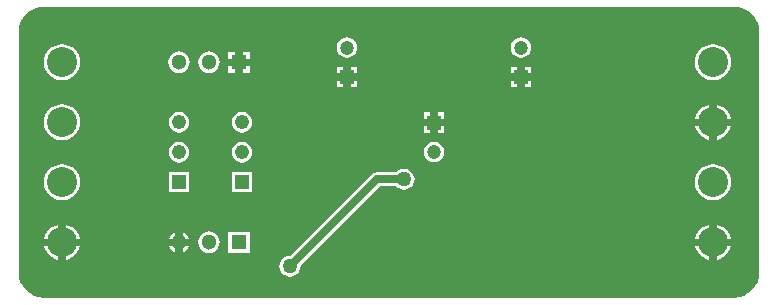
<source format=gbr>
%TF.GenerationSoftware,Altium Limited,Altium Designer,22.9.1 (49)*%
G04 Layer_Physical_Order=2*
G04 Layer_Color=16711680*
%FSLAX26Y26*%
%MOIN*%
%TF.SameCoordinates,1DAB686F-CFF3-4EBC-B241-DE3F9B15245D*%
%TF.FilePolarity,Positive*%
%TF.FileFunction,Copper,L2,Bot,Signal*%
%TF.Part,Single*%
G01*
G75*
%TA.AperFunction,Conductor*%
%ADD19C,0.025000*%
%TA.AperFunction,ComponentPad*%
%ADD21C,0.100000*%
%ADD22R,0.051181X0.051181*%
%ADD23C,0.051181*%
%ADD24R,0.047244X0.047244*%
%ADD25C,0.047244*%
%ADD26C,0.047953*%
%ADD27R,0.047953X0.047953*%
%TA.AperFunction,ViaPad*%
%ADD28C,0.050000*%
G36*
X4916565Y2983277D02*
X4932493Y2978446D01*
X4947173Y2970599D01*
X4960040Y2960040D01*
X4970599Y2947173D01*
X4978446Y2932493D01*
X4983277Y2916565D01*
X4984842Y2900682D01*
X4984706Y2900000D01*
Y2100000D01*
X4984842Y2099318D01*
X4983277Y2083435D01*
X4978446Y2067507D01*
X4970599Y2052827D01*
X4960040Y2039960D01*
X4947173Y2029401D01*
X4932493Y2021554D01*
X4916565Y2016723D01*
X4900682Y2015158D01*
X4900000Y2015294D01*
X2600000D01*
X2599318Y2015158D01*
X2583435Y2016723D01*
X2567507Y2021554D01*
X2552827Y2029401D01*
X2539960Y2039960D01*
X2529401Y2052827D01*
X2521554Y2067507D01*
X2516723Y2083435D01*
X2515158Y2099318D01*
X2515294Y2100000D01*
Y2900000D01*
X2515158Y2900682D01*
X2516723Y2916565D01*
X2521554Y2932493D01*
X2529401Y2947173D01*
X2539960Y2960040D01*
X2552827Y2970599D01*
X2567507Y2978446D01*
X2583435Y2983277D01*
X2599318Y2984842D01*
X2600000Y2984706D01*
X4900000D01*
X4900682Y2984842D01*
X4916565Y2983277D01*
D02*
G37*
%LPC*%
G36*
X4190000Y2883125D02*
X4181223Y2881969D01*
X4173044Y2878581D01*
X4166020Y2873192D01*
X4160631Y2866169D01*
X4157243Y2857990D01*
X4156088Y2849213D01*
X4157243Y2840436D01*
X4160631Y2832257D01*
X4166020Y2825233D01*
X4173044Y2819844D01*
X4181223Y2816456D01*
X4190000Y2815300D01*
X4198777Y2816456D01*
X4206956Y2819844D01*
X4213980Y2825233D01*
X4219369Y2832257D01*
X4222757Y2840436D01*
X4223912Y2849213D01*
X4222757Y2857990D01*
X4219369Y2866169D01*
X4213980Y2873192D01*
X4206956Y2878581D01*
X4198777Y2881969D01*
X4190000Y2883125D01*
D02*
G37*
G36*
X3610000D02*
X3601223Y2881969D01*
X3593044Y2878581D01*
X3586021Y2873192D01*
X3580631Y2866169D01*
X3577243Y2857990D01*
X3576088Y2849213D01*
X3577243Y2840436D01*
X3580631Y2832257D01*
X3586021Y2825233D01*
X3593044Y2819844D01*
X3601223Y2816456D01*
X3610000Y2815300D01*
X3618777Y2816456D01*
X3626956Y2819844D01*
X3633979Y2825233D01*
X3639369Y2832257D01*
X3642757Y2840436D01*
X3643912Y2849213D01*
X3642757Y2857990D01*
X3639369Y2866169D01*
X3633979Y2873192D01*
X3626956Y2878581D01*
X3618777Y2881969D01*
X3610000Y2883125D01*
D02*
G37*
G36*
X3285590Y2835590D02*
X3262500D01*
Y2812500D01*
X3285590D01*
Y2835590D01*
D02*
G37*
G36*
X3237500D02*
X3214410D01*
Y2812500D01*
X3237500D01*
Y2835590D01*
D02*
G37*
G36*
X3285590Y2787500D02*
X3262500D01*
Y2764410D01*
X3285590D01*
Y2787500D01*
D02*
G37*
G36*
X3237500D02*
X3214410D01*
Y2764410D01*
X3237500D01*
Y2787500D01*
D02*
G37*
G36*
X3150000Y2835898D02*
X3140709Y2834674D01*
X3132051Y2831088D01*
X3124617Y2825383D01*
X3118912Y2817949D01*
X3115326Y2809291D01*
X3114102Y2800000D01*
X3115326Y2790709D01*
X3118912Y2782051D01*
X3124617Y2774617D01*
X3132051Y2768912D01*
X3140709Y2765326D01*
X3150000Y2764102D01*
X3159291Y2765326D01*
X3167949Y2768912D01*
X3175383Y2774617D01*
X3181088Y2782051D01*
X3184674Y2790709D01*
X3185898Y2800000D01*
X3184674Y2809291D01*
X3181088Y2817949D01*
X3175383Y2825383D01*
X3167949Y2831088D01*
X3159291Y2834674D01*
X3150000Y2835898D01*
D02*
G37*
G36*
X3050000D02*
X3040709Y2834674D01*
X3032051Y2831088D01*
X3024617Y2825383D01*
X3018912Y2817949D01*
X3015326Y2809291D01*
X3014102Y2800000D01*
X3015326Y2790709D01*
X3018912Y2782051D01*
X3024617Y2774617D01*
X3032051Y2768912D01*
X3040709Y2765326D01*
X3050000Y2764102D01*
X3059291Y2765326D01*
X3067949Y2768912D01*
X3075383Y2774617D01*
X3081088Y2782051D01*
X3084674Y2790709D01*
X3085898Y2800000D01*
X3084674Y2809291D01*
X3081088Y2817949D01*
X3075383Y2825383D01*
X3067949Y2831088D01*
X3059291Y2834674D01*
X3050000Y2835898D01*
D02*
G37*
G36*
X4223622Y2784409D02*
X4202500D01*
Y2763287D01*
X4223622D01*
Y2784409D01*
D02*
G37*
G36*
X3643622D02*
X3622500D01*
Y2763287D01*
X3643622D01*
Y2784409D01*
D02*
G37*
G36*
X3597500D02*
X3576378D01*
Y2763287D01*
X3597500D01*
Y2784409D01*
D02*
G37*
G36*
X4177500D02*
X4156378D01*
Y2763287D01*
X4177500D01*
Y2784409D01*
D02*
G37*
G36*
X4830000Y2860290D02*
X4818238Y2859132D01*
X4806928Y2855701D01*
X4796505Y2850130D01*
X4787368Y2842632D01*
X4779870Y2833495D01*
X4774299Y2823072D01*
X4770868Y2811762D01*
X4769710Y2800000D01*
X4770868Y2788238D01*
X4774299Y2776928D01*
X4779870Y2766505D01*
X4787368Y2757368D01*
X4796505Y2749870D01*
X4806928Y2744299D01*
X4818238Y2740868D01*
X4830000Y2739710D01*
X4841762Y2740868D01*
X4853072Y2744299D01*
X4863495Y2749870D01*
X4872632Y2757368D01*
X4880130Y2766505D01*
X4885701Y2776928D01*
X4889132Y2788238D01*
X4890290Y2800000D01*
X4889132Y2811762D01*
X4885701Y2823072D01*
X4880130Y2833495D01*
X4872632Y2842632D01*
X4863495Y2850130D01*
X4853072Y2855701D01*
X4841762Y2859132D01*
X4830000Y2860290D01*
D02*
G37*
G36*
X2660000D02*
X2648238Y2859132D01*
X2636928Y2855701D01*
X2626505Y2850130D01*
X2617368Y2842632D01*
X2609870Y2833495D01*
X2604299Y2823072D01*
X2600868Y2811762D01*
X2599710Y2800000D01*
X2600868Y2788238D01*
X2604299Y2776928D01*
X2609870Y2766505D01*
X2617368Y2757368D01*
X2626505Y2749870D01*
X2636928Y2744299D01*
X2648238Y2740868D01*
X2660000Y2739710D01*
X2671762Y2740868D01*
X2683072Y2744299D01*
X2693495Y2749870D01*
X2702632Y2757368D01*
X2710130Y2766505D01*
X2715701Y2776928D01*
X2719132Y2788238D01*
X2720290Y2800000D01*
X2719132Y2811762D01*
X2715701Y2823072D01*
X2710130Y2833495D01*
X2702632Y2842632D01*
X2693495Y2850130D01*
X2683072Y2855701D01*
X2671762Y2859132D01*
X2660000Y2860290D01*
D02*
G37*
G36*
X4223622Y2738287D02*
X4202500D01*
Y2717165D01*
X4223622D01*
Y2738287D01*
D02*
G37*
G36*
X4177500D02*
X4156378D01*
Y2717165D01*
X4177500D01*
Y2738287D01*
D02*
G37*
G36*
X3643622D02*
X3622500D01*
Y2717165D01*
X3643622D01*
Y2738287D01*
D02*
G37*
G36*
X3597500D02*
X3576378D01*
Y2717165D01*
X3597500D01*
Y2738287D01*
D02*
G37*
G36*
X4842500Y2658908D02*
Y2612500D01*
X4888908D01*
X4885701Y2623072D01*
X4880130Y2633495D01*
X4872632Y2642632D01*
X4863495Y2650130D01*
X4853072Y2655701D01*
X4842500Y2658908D01*
D02*
G37*
G36*
X4817500D02*
X4806928Y2655701D01*
X4796505Y2650130D01*
X4787368Y2642632D01*
X4779870Y2633495D01*
X4774299Y2623072D01*
X4771092Y2612500D01*
X4817500D01*
Y2658908D01*
D02*
G37*
G36*
X3933622Y2632835D02*
X3912500D01*
Y2611713D01*
X3933622D01*
Y2632835D01*
D02*
G37*
G36*
X3887500D02*
X3866378D01*
Y2611713D01*
X3887500D01*
Y2632835D01*
D02*
G37*
G36*
X3260000Y2634270D02*
X3251130Y2633102D01*
X3242865Y2629678D01*
X3235768Y2624232D01*
X3230322Y2617135D01*
X3226898Y2608870D01*
X3225730Y2600000D01*
X3226898Y2591130D01*
X3230322Y2582865D01*
X3235768Y2575768D01*
X3242865Y2570322D01*
X3251130Y2566898D01*
X3260000Y2565730D01*
X3268870Y2566898D01*
X3277135Y2570322D01*
X3284232Y2575768D01*
X3289678Y2582865D01*
X3293102Y2591130D01*
X3294270Y2600000D01*
X3293102Y2608870D01*
X3289678Y2617135D01*
X3284232Y2624232D01*
X3277135Y2629678D01*
X3268870Y2633102D01*
X3260000Y2634270D01*
D02*
G37*
G36*
X3050000D02*
X3041130Y2633102D01*
X3032865Y2629678D01*
X3025768Y2624232D01*
X3020322Y2617135D01*
X3016898Y2608870D01*
X3015730Y2600000D01*
X3016898Y2591130D01*
X3020322Y2582865D01*
X3025768Y2575768D01*
X3032865Y2570322D01*
X3041130Y2566898D01*
X3050000Y2565730D01*
X3058870Y2566898D01*
X3067135Y2570322D01*
X3074232Y2575768D01*
X3079678Y2582865D01*
X3083102Y2591130D01*
X3084270Y2600000D01*
X3083102Y2608870D01*
X3079678Y2617135D01*
X3074232Y2624232D01*
X3067135Y2629678D01*
X3058870Y2633102D01*
X3050000Y2634270D01*
D02*
G37*
G36*
X3933622Y2586713D02*
X3912500D01*
Y2565591D01*
X3933622D01*
Y2586713D01*
D02*
G37*
G36*
X3887500D02*
X3866378D01*
Y2565591D01*
X3887500D01*
Y2586713D01*
D02*
G37*
G36*
X4888908Y2587500D02*
X4842500D01*
Y2541092D01*
X4853072Y2544299D01*
X4863495Y2549870D01*
X4872632Y2557368D01*
X4880130Y2566505D01*
X4885701Y2576928D01*
X4888908Y2587500D01*
D02*
G37*
G36*
X4817500D02*
X4771092D01*
X4774299Y2576928D01*
X4779870Y2566505D01*
X4787368Y2557368D01*
X4796505Y2549870D01*
X4806928Y2544299D01*
X4817500Y2541092D01*
Y2587500D01*
D02*
G37*
G36*
X2660000Y2660290D02*
X2648238Y2659132D01*
X2636928Y2655701D01*
X2626505Y2650130D01*
X2617368Y2642632D01*
X2609870Y2633495D01*
X2604299Y2623072D01*
X2600868Y2611762D01*
X2599710Y2600000D01*
X2600868Y2588238D01*
X2604299Y2576928D01*
X2609870Y2566505D01*
X2617368Y2557368D01*
X2626505Y2549870D01*
X2636928Y2544299D01*
X2648238Y2540868D01*
X2660000Y2539710D01*
X2671762Y2540868D01*
X2683072Y2544299D01*
X2693495Y2549870D01*
X2702632Y2557368D01*
X2710130Y2566505D01*
X2715701Y2576928D01*
X2719132Y2588238D01*
X2720290Y2600000D01*
X2719132Y2611762D01*
X2715701Y2623072D01*
X2710130Y2633495D01*
X2702632Y2642632D01*
X2693495Y2650130D01*
X2683072Y2655701D01*
X2671762Y2659132D01*
X2660000Y2660290D01*
D02*
G37*
G36*
X3900000Y2534700D02*
X3891223Y2533544D01*
X3883044Y2530156D01*
X3876021Y2524767D01*
X3870631Y2517743D01*
X3867243Y2509564D01*
X3866088Y2500787D01*
X3867243Y2492010D01*
X3870631Y2483831D01*
X3876021Y2476808D01*
X3883044Y2471419D01*
X3891223Y2468031D01*
X3900000Y2466875D01*
X3908777Y2468031D01*
X3916956Y2471419D01*
X3923979Y2476808D01*
X3929369Y2483831D01*
X3932757Y2492010D01*
X3933912Y2500787D01*
X3932757Y2509564D01*
X3929369Y2517743D01*
X3923979Y2524767D01*
X3916956Y2530156D01*
X3908777Y2533544D01*
X3900000Y2534700D01*
D02*
G37*
G36*
X3260000Y2534270D02*
X3251130Y2533102D01*
X3242865Y2529678D01*
X3235768Y2524232D01*
X3230322Y2517135D01*
X3226898Y2508870D01*
X3225730Y2500000D01*
X3226898Y2491130D01*
X3230322Y2482865D01*
X3235768Y2475768D01*
X3242865Y2470322D01*
X3251130Y2466898D01*
X3260000Y2465730D01*
X3268870Y2466898D01*
X3277135Y2470322D01*
X3284232Y2475768D01*
X3289678Y2482865D01*
X3293102Y2491130D01*
X3294270Y2500000D01*
X3293102Y2508870D01*
X3289678Y2517135D01*
X3284232Y2524232D01*
X3277135Y2529678D01*
X3268870Y2533102D01*
X3260000Y2534270D01*
D02*
G37*
G36*
X3050000D02*
X3041130Y2533102D01*
X3032865Y2529678D01*
X3025768Y2524232D01*
X3020322Y2517135D01*
X3016898Y2508870D01*
X3015730Y2500000D01*
X3016898Y2491130D01*
X3020322Y2482865D01*
X3025768Y2475768D01*
X3032865Y2470322D01*
X3041130Y2466898D01*
X3050000Y2465730D01*
X3058870Y2466898D01*
X3067135Y2470322D01*
X3074232Y2475768D01*
X3079678Y2482865D01*
X3083102Y2491130D01*
X3084270Y2500000D01*
X3083102Y2508870D01*
X3079678Y2517135D01*
X3074232Y2524232D01*
X3067135Y2529678D01*
X3058870Y2533102D01*
X3050000Y2534270D01*
D02*
G37*
G36*
X3800000Y2445302D02*
X3790863Y2444099D01*
X3782349Y2440572D01*
X3775038Y2434962D01*
X3773487Y2432941D01*
X3710000D01*
X3701221Y2431195D01*
X3693778Y2426222D01*
X3422526Y2154969D01*
X3420000Y2155302D01*
X3410863Y2154099D01*
X3402349Y2150572D01*
X3395038Y2144962D01*
X3389428Y2137651D01*
X3385901Y2129137D01*
X3384698Y2120000D01*
X3385901Y2110863D01*
X3389428Y2102349D01*
X3395038Y2095038D01*
X3402349Y2089428D01*
X3410863Y2085901D01*
X3420000Y2084698D01*
X3429137Y2085901D01*
X3437651Y2089428D01*
X3444962Y2095038D01*
X3450572Y2102349D01*
X3454099Y2110863D01*
X3455302Y2120000D01*
X3454969Y2122526D01*
X3719502Y2387059D01*
X3773487D01*
X3775038Y2385038D01*
X3782349Y2379428D01*
X3790863Y2375901D01*
X3800000Y2374698D01*
X3809137Y2375901D01*
X3817651Y2379428D01*
X3824962Y2385038D01*
X3830572Y2392349D01*
X3834099Y2400863D01*
X3835302Y2410000D01*
X3834099Y2419137D01*
X3830572Y2427651D01*
X3824962Y2434962D01*
X3817651Y2440572D01*
X3809137Y2444099D01*
X3800000Y2445302D01*
D02*
G37*
G36*
X3293976Y2433976D02*
X3226024D01*
Y2366024D01*
X3293976D01*
Y2433976D01*
D02*
G37*
G36*
X3083976D02*
X3016024D01*
Y2366024D01*
X3083976D01*
Y2433976D01*
D02*
G37*
G36*
X4830000Y2460290D02*
X4818238Y2459132D01*
X4806928Y2455701D01*
X4796505Y2450130D01*
X4787368Y2442632D01*
X4779870Y2433495D01*
X4774299Y2423072D01*
X4770868Y2411762D01*
X4769710Y2400000D01*
X4770868Y2388238D01*
X4774299Y2376928D01*
X4779870Y2366505D01*
X4787368Y2357368D01*
X4796505Y2349870D01*
X4806928Y2344299D01*
X4818238Y2340868D01*
X4830000Y2339710D01*
X4841762Y2340868D01*
X4853072Y2344299D01*
X4863495Y2349870D01*
X4872632Y2357368D01*
X4880130Y2366505D01*
X4885701Y2376928D01*
X4889132Y2388238D01*
X4890290Y2400000D01*
X4889132Y2411762D01*
X4885701Y2423072D01*
X4880130Y2433495D01*
X4872632Y2442632D01*
X4863495Y2450130D01*
X4853072Y2455701D01*
X4841762Y2459132D01*
X4830000Y2460290D01*
D02*
G37*
G36*
X2660000D02*
X2648238Y2459132D01*
X2636928Y2455701D01*
X2626505Y2450130D01*
X2617368Y2442632D01*
X2609870Y2433495D01*
X2604299Y2423072D01*
X2600868Y2411762D01*
X2599710Y2400000D01*
X2600868Y2388238D01*
X2604299Y2376928D01*
X2609870Y2366505D01*
X2617368Y2357368D01*
X2626505Y2349870D01*
X2636928Y2344299D01*
X2648238Y2340868D01*
X2660000Y2339710D01*
X2671762Y2340868D01*
X2683072Y2344299D01*
X2693495Y2349870D01*
X2702632Y2357368D01*
X2710130Y2366505D01*
X2715701Y2376928D01*
X2719132Y2388238D01*
X2720290Y2400000D01*
X2719132Y2411762D01*
X2715701Y2423072D01*
X2710130Y2433495D01*
X2702632Y2442632D01*
X2693495Y2450130D01*
X2683072Y2455701D01*
X2671762Y2459132D01*
X2660000Y2460290D01*
D02*
G37*
G36*
X3062500Y2233345D02*
Y2212500D01*
X3083345D01*
X3081088Y2217949D01*
X3075383Y2225383D01*
X3067949Y2231088D01*
X3062500Y2233345D01*
D02*
G37*
G36*
X2672500Y2258908D02*
Y2212500D01*
X2718908D01*
X2715701Y2223072D01*
X2710130Y2233495D01*
X2702632Y2242632D01*
X2693495Y2250130D01*
X2683072Y2255701D01*
X2672500Y2258908D01*
D02*
G37*
G36*
X4842500D02*
Y2212500D01*
X4888908D01*
X4885701Y2223072D01*
X4880130Y2233495D01*
X4872632Y2242632D01*
X4863495Y2250130D01*
X4853072Y2255701D01*
X4842500Y2258908D01*
D02*
G37*
G36*
X2647500D02*
X2636928Y2255701D01*
X2626505Y2250130D01*
X2617368Y2242632D01*
X2609870Y2233495D01*
X2604299Y2223072D01*
X2601092Y2212500D01*
X2647500D01*
Y2258908D01*
D02*
G37*
G36*
X4817500D02*
X4806928Y2255701D01*
X4796505Y2250130D01*
X4787368Y2242632D01*
X4779870Y2233495D01*
X4774299Y2223072D01*
X4771092Y2212500D01*
X4817500D01*
Y2258908D01*
D02*
G37*
G36*
X3037500Y2233345D02*
X3032051Y2231088D01*
X3024617Y2225383D01*
X3018912Y2217949D01*
X3016655Y2212500D01*
X3037500D01*
Y2233345D01*
D02*
G37*
G36*
X3083345Y2187500D02*
X3062500D01*
Y2166655D01*
X3067949Y2168912D01*
X3075383Y2174617D01*
X3081088Y2182051D01*
X3083345Y2187500D01*
D02*
G37*
G36*
X3037500D02*
X3016655D01*
X3018912Y2182051D01*
X3024617Y2174617D01*
X3032051Y2168912D01*
X3037500Y2166655D01*
Y2187500D01*
D02*
G37*
G36*
X3285590Y2235590D02*
X3214410D01*
Y2164410D01*
X3285590D01*
Y2235590D01*
D02*
G37*
G36*
X3150000Y2235898D02*
X3140709Y2234674D01*
X3132051Y2231088D01*
X3124617Y2225383D01*
X3118912Y2217949D01*
X3115326Y2209291D01*
X3114102Y2200000D01*
X3115326Y2190709D01*
X3118912Y2182051D01*
X3124617Y2174617D01*
X3132051Y2168912D01*
X3140709Y2165326D01*
X3150000Y2164102D01*
X3159291Y2165326D01*
X3167949Y2168912D01*
X3175383Y2174617D01*
X3181088Y2182051D01*
X3184674Y2190709D01*
X3185898Y2200000D01*
X3184674Y2209291D01*
X3181088Y2217949D01*
X3175383Y2225383D01*
X3167949Y2231088D01*
X3159291Y2234674D01*
X3150000Y2235898D01*
D02*
G37*
G36*
X2718908Y2187500D02*
X2672500D01*
Y2141092D01*
X2683072Y2144299D01*
X2693495Y2149870D01*
X2702632Y2157368D01*
X2710130Y2166505D01*
X2715701Y2176928D01*
X2718908Y2187500D01*
D02*
G37*
G36*
X4888908D02*
X4842500D01*
Y2141092D01*
X4853072Y2144299D01*
X4863495Y2149870D01*
X4872632Y2157368D01*
X4880130Y2166505D01*
X4885701Y2176928D01*
X4888908Y2187500D01*
D02*
G37*
G36*
X4817500D02*
X4771092D01*
X4774299Y2176928D01*
X4779870Y2166505D01*
X4787368Y2157368D01*
X4796505Y2149870D01*
X4806928Y2144299D01*
X4817500Y2141092D01*
Y2187500D01*
D02*
G37*
G36*
X2647500D02*
X2601092D01*
X2604299Y2176928D01*
X2609870Y2166505D01*
X2617368Y2157368D01*
X2626505Y2149870D01*
X2636928Y2144299D01*
X2647500Y2141092D01*
Y2187500D01*
D02*
G37*
%LPD*%
D19*
X3420000Y2120000D02*
X3710000Y2410000D01*
X3800000D01*
D21*
X2660000Y2600000D02*
D03*
Y2400000D02*
D03*
Y2200000D02*
D03*
Y2800000D02*
D03*
X4830000Y2600000D02*
D03*
Y2400000D02*
D03*
Y2200000D02*
D03*
Y2800000D02*
D03*
D22*
X3250000D02*
D03*
Y2200000D02*
D03*
D23*
X3150000Y2800000D02*
D03*
X3050000D02*
D03*
X3150000Y2200000D02*
D03*
X3050000D02*
D03*
D24*
X3900000Y2599213D02*
D03*
X3610000Y2750787D02*
D03*
X4190000D02*
D03*
D25*
X3900000Y2500787D02*
D03*
X3610000Y2849213D02*
D03*
X4190000D02*
D03*
D26*
X3050000Y2600000D02*
D03*
Y2500000D02*
D03*
X3260000Y2600000D02*
D03*
Y2500000D02*
D03*
D27*
X3050000Y2400000D02*
D03*
X3260000D02*
D03*
D28*
X3800000Y2410000D02*
D03*
X3420000Y2120000D02*
D03*
%TF.MD5,8e3b822c3b5e962aa051b758c270b1b0*%
M02*

</source>
